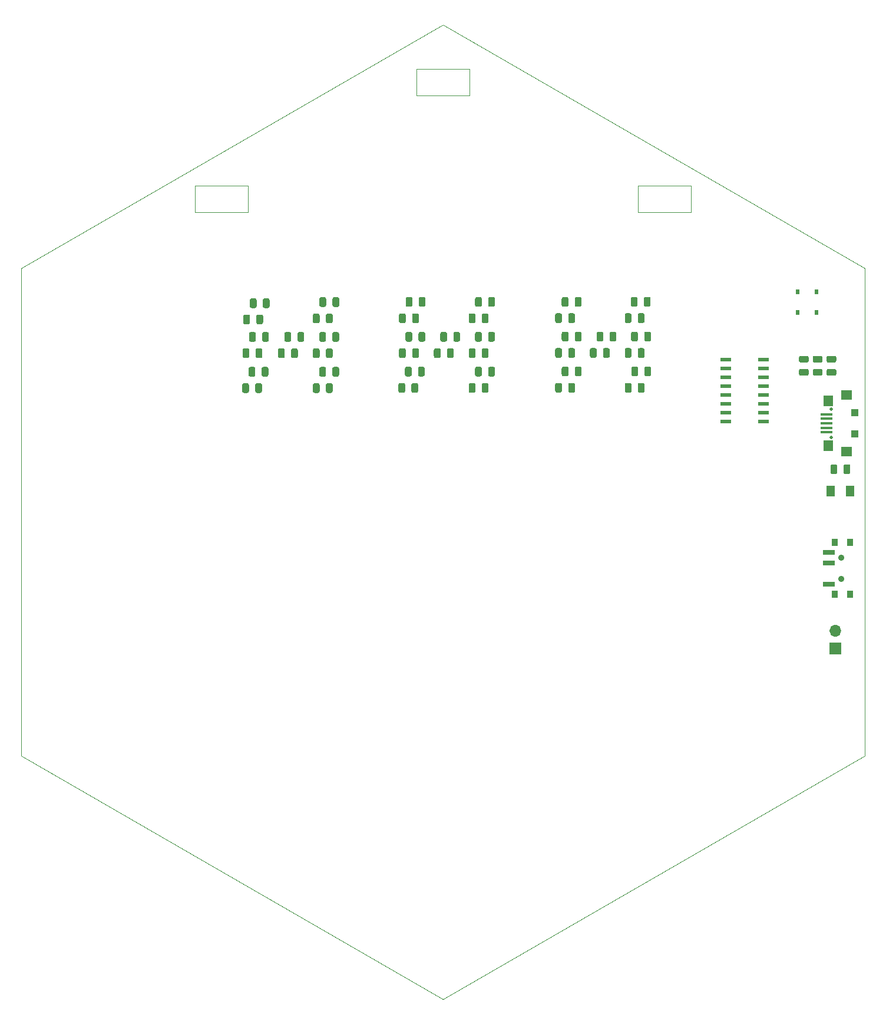
<source format=gbr>
G04 #@! TF.GenerationSoftware,KiCad,Pcbnew,(5.1.9)-1*
G04 #@! TF.CreationDate,2021-03-09T11:18:01-06:00*
G04 #@! TF.ProjectId,altbier_pcb_3d6,616c7462-6965-4725-9f70-63625f336436,2*
G04 #@! TF.SameCoordinates,Original*
G04 #@! TF.FileFunction,Soldermask,Top*
G04 #@! TF.FilePolarity,Negative*
%FSLAX46Y46*%
G04 Gerber Fmt 4.6, Leading zero omitted, Abs format (unit mm)*
G04 Created by KiCad (PCBNEW (5.1.9)-1) date 2021-03-09 11:18:01*
%MOMM*%
%LPD*%
G01*
G04 APERTURE LIST*
G04 #@! TA.AperFunction,Profile*
%ADD10C,0.100000*%
G04 #@! TD*
G04 #@! TA.AperFunction,Profile*
%ADD11C,0.050000*%
G04 #@! TD*
%ADD12R,1.250000X1.500000*%
%ADD13R,1.700000X1.700000*%
%ADD14O,1.700000X1.700000*%
%ADD15C,0.900000*%
%ADD16R,1.700000X0.700000*%
%ADD17R,0.900000X1.000000*%
%ADD18R,1.500000X0.600000*%
%ADD19R,1.000000X1.100000*%
%ADD20R,1.500000X1.350000*%
%ADD21C,0.500000*%
%ADD22R,1.800000X0.400000*%
%ADD23R,1.400000X1.500000*%
%ADD24R,0.600000X0.750000*%
G04 APERTURE END LIST*
D10*
X111714600Y-49796200D02*
X111714600Y-45986200D01*
X119334600Y-49796200D02*
X111714600Y-49796200D01*
X111714600Y-45986200D02*
X119334600Y-45986200D01*
X119334600Y-45986200D02*
X119334600Y-49796200D01*
X175384600Y-49796200D02*
X175384600Y-45986200D01*
X183004600Y-49796200D02*
X175384600Y-49796200D01*
X175384600Y-45986200D02*
X183004600Y-45986200D01*
X183004600Y-45986200D02*
X183004600Y-49796200D01*
X151154600Y-29286200D02*
X151154600Y-33096200D01*
X143534600Y-29286200D02*
X151154600Y-29286200D01*
X143534600Y-33096200D02*
X143534600Y-29286200D01*
X151154600Y-33096200D02*
X143534600Y-33096200D01*
D11*
X86741000Y-57889000D02*
X147362778Y-22889000D01*
X147362778Y-162889000D02*
X207984556Y-127889000D01*
X207984556Y-57889000D02*
X147362778Y-22889000D01*
X147362778Y-162889000D02*
X86741000Y-127889000D01*
X86741000Y-57889000D02*
X86741000Y-127889000D01*
X207984556Y-57889000D02*
X207984556Y-127889000D01*
D12*
G04 #@! TO.C,SW2*
X205870000Y-89916000D03*
X203070000Y-89916000D03*
G04 #@! TD*
D13*
G04 #@! TO.C,J2*
X203708000Y-112522000D03*
D14*
X203708000Y-109982000D03*
G04 #@! TD*
G04 #@! TO.C,C1*
G36*
G01*
X201649650Y-71432000D02*
X200737150Y-71432000D01*
G75*
G02*
X200493400Y-71188250I0J243750D01*
G01*
X200493400Y-70700750D01*
G75*
G02*
X200737150Y-70457000I243750J0D01*
G01*
X201649650Y-70457000D01*
G75*
G02*
X201893400Y-70700750I0J-243750D01*
G01*
X201893400Y-71188250D01*
G75*
G02*
X201649650Y-71432000I-243750J0D01*
G01*
G37*
G36*
G01*
X201649650Y-73307000D02*
X200737150Y-73307000D01*
G75*
G02*
X200493400Y-73063250I0J243750D01*
G01*
X200493400Y-72575750D01*
G75*
G02*
X200737150Y-72332000I243750J0D01*
G01*
X201649650Y-72332000D01*
G75*
G02*
X201893400Y-72575750I0J-243750D01*
G01*
X201893400Y-73063250D01*
G75*
G02*
X201649650Y-73307000I-243750J0D01*
G01*
G37*
G04 #@! TD*
G04 #@! TO.C,C2*
G36*
G01*
X199668450Y-71432000D02*
X198755950Y-71432000D01*
G75*
G02*
X198512200Y-71188250I0J243750D01*
G01*
X198512200Y-70700750D01*
G75*
G02*
X198755950Y-70457000I243750J0D01*
G01*
X199668450Y-70457000D01*
G75*
G02*
X199912200Y-70700750I0J-243750D01*
G01*
X199912200Y-71188250D01*
G75*
G02*
X199668450Y-71432000I-243750J0D01*
G01*
G37*
G36*
G01*
X199668450Y-73307000D02*
X198755950Y-73307000D01*
G75*
G02*
X198512200Y-73063250I0J243750D01*
G01*
X198512200Y-72575750D01*
G75*
G02*
X198755950Y-72332000I243750J0D01*
G01*
X199668450Y-72332000D01*
G75*
G02*
X199912200Y-72575750I0J-243750D01*
G01*
X199912200Y-73063250D01*
G75*
G02*
X199668450Y-73307000I-243750J0D01*
G01*
G37*
G04 #@! TD*
G04 #@! TO.C,R2*
G36*
G01*
X204920000Y-87197250D02*
X204920000Y-86284750D01*
G75*
G02*
X205163750Y-86041000I243750J0D01*
G01*
X205651250Y-86041000D01*
G75*
G02*
X205895000Y-86284750I0J-243750D01*
G01*
X205895000Y-87197250D01*
G75*
G02*
X205651250Y-87441000I-243750J0D01*
G01*
X205163750Y-87441000D01*
G75*
G02*
X204920000Y-87197250I0J243750D01*
G01*
G37*
G36*
G01*
X203045000Y-87197250D02*
X203045000Y-86284750D01*
G75*
G02*
X203288750Y-86041000I243750J0D01*
G01*
X203776250Y-86041000D01*
G75*
G02*
X204020000Y-86284750I0J-243750D01*
G01*
X204020000Y-87197250D01*
G75*
G02*
X203776250Y-87441000I-243750J0D01*
G01*
X203288750Y-87441000D01*
G75*
G02*
X203045000Y-87197250I0J243750D01*
G01*
G37*
G04 #@! TD*
G04 #@! TO.C,R3*
G36*
G01*
X203630850Y-71432000D02*
X202718350Y-71432000D01*
G75*
G02*
X202474600Y-71188250I0J243750D01*
G01*
X202474600Y-70700750D01*
G75*
G02*
X202718350Y-70457000I243750J0D01*
G01*
X203630850Y-70457000D01*
G75*
G02*
X203874600Y-70700750I0J-243750D01*
G01*
X203874600Y-71188250D01*
G75*
G02*
X203630850Y-71432000I-243750J0D01*
G01*
G37*
G36*
G01*
X203630850Y-73307000D02*
X202718350Y-73307000D01*
G75*
G02*
X202474600Y-73063250I0J243750D01*
G01*
X202474600Y-72575750D01*
G75*
G02*
X202718350Y-72332000I243750J0D01*
G01*
X203630850Y-72332000D01*
G75*
G02*
X203874600Y-72575750I0J-243750D01*
G01*
X203874600Y-73063250D01*
G75*
G02*
X203630850Y-73307000I-243750J0D01*
G01*
G37*
G04 #@! TD*
G04 #@! TO.C,R11*
G36*
G01*
X121455600Y-63346650D02*
X121455600Y-62434150D01*
G75*
G02*
X121699350Y-62190400I243750J0D01*
G01*
X122186850Y-62190400D01*
G75*
G02*
X122430600Y-62434150I0J-243750D01*
G01*
X122430600Y-63346650D01*
G75*
G02*
X122186850Y-63590400I-243750J0D01*
G01*
X121699350Y-63590400D01*
G75*
G02*
X121455600Y-63346650I0J243750D01*
G01*
G37*
G36*
G01*
X119580600Y-63346650D02*
X119580600Y-62434150D01*
G75*
G02*
X119824350Y-62190400I243750J0D01*
G01*
X120311850Y-62190400D01*
G75*
G02*
X120555600Y-62434150I0J-243750D01*
G01*
X120555600Y-63346650D01*
G75*
G02*
X120311850Y-63590400I-243750J0D01*
G01*
X119824350Y-63590400D01*
G75*
G02*
X119580600Y-63346650I0J243750D01*
G01*
G37*
G04 #@! TD*
G04 #@! TO.C,R12*
G36*
G01*
X131437800Y-73201850D02*
X131437800Y-72289350D01*
G75*
G02*
X131681550Y-72045600I243750J0D01*
G01*
X132169050Y-72045600D01*
G75*
G02*
X132412800Y-72289350I0J-243750D01*
G01*
X132412800Y-73201850D01*
G75*
G02*
X132169050Y-73445600I-243750J0D01*
G01*
X131681550Y-73445600D01*
G75*
G02*
X131437800Y-73201850I0J243750D01*
G01*
G37*
G36*
G01*
X129562800Y-73201850D02*
X129562800Y-72289350D01*
G75*
G02*
X129806550Y-72045600I243750J0D01*
G01*
X130294050Y-72045600D01*
G75*
G02*
X130537800Y-72289350I0J-243750D01*
G01*
X130537800Y-73201850D01*
G75*
G02*
X130294050Y-73445600I-243750J0D01*
G01*
X129806550Y-73445600D01*
G75*
G02*
X129562800Y-73201850I0J243750D01*
G01*
G37*
G04 #@! TD*
G04 #@! TO.C,R13*
G36*
G01*
X121354000Y-68198050D02*
X121354000Y-67285550D01*
G75*
G02*
X121597750Y-67041800I243750J0D01*
G01*
X122085250Y-67041800D01*
G75*
G02*
X122329000Y-67285550I0J-243750D01*
G01*
X122329000Y-68198050D01*
G75*
G02*
X122085250Y-68441800I-243750J0D01*
G01*
X121597750Y-68441800D01*
G75*
G02*
X121354000Y-68198050I0J243750D01*
G01*
G37*
G36*
G01*
X119479000Y-68198050D02*
X119479000Y-67285550D01*
G75*
G02*
X119722750Y-67041800I243750J0D01*
G01*
X120210250Y-67041800D01*
G75*
G02*
X120454000Y-67285550I0J-243750D01*
G01*
X120454000Y-68198050D01*
G75*
G02*
X120210250Y-68441800I-243750J0D01*
G01*
X119722750Y-68441800D01*
G75*
G02*
X119479000Y-68198050I0J243750D01*
G01*
G37*
G04 #@! TD*
G04 #@! TO.C,R14*
G36*
G01*
X131437800Y-68198050D02*
X131437800Y-67285550D01*
G75*
G02*
X131681550Y-67041800I243750J0D01*
G01*
X132169050Y-67041800D01*
G75*
G02*
X132412800Y-67285550I0J-243750D01*
G01*
X132412800Y-68198050D01*
G75*
G02*
X132169050Y-68441800I-243750J0D01*
G01*
X131681550Y-68441800D01*
G75*
G02*
X131437800Y-68198050I0J243750D01*
G01*
G37*
G36*
G01*
X129562800Y-68198050D02*
X129562800Y-67285550D01*
G75*
G02*
X129806550Y-67041800I243750J0D01*
G01*
X130294050Y-67041800D01*
G75*
G02*
X130537800Y-67285550I0J-243750D01*
G01*
X130537800Y-68198050D01*
G75*
G02*
X130294050Y-68441800I-243750J0D01*
G01*
X129806550Y-68441800D01*
G75*
G02*
X129562800Y-68198050I0J243750D01*
G01*
G37*
G04 #@! TD*
G04 #@! TO.C,R15*
G36*
G01*
X121277800Y-73201850D02*
X121277800Y-72289350D01*
G75*
G02*
X121521550Y-72045600I243750J0D01*
G01*
X122009050Y-72045600D01*
G75*
G02*
X122252800Y-72289350I0J-243750D01*
G01*
X122252800Y-73201850D01*
G75*
G02*
X122009050Y-73445600I-243750J0D01*
G01*
X121521550Y-73445600D01*
G75*
G02*
X121277800Y-73201850I0J243750D01*
G01*
G37*
G36*
G01*
X119402800Y-73201850D02*
X119402800Y-72289350D01*
G75*
G02*
X119646550Y-72045600I243750J0D01*
G01*
X120134050Y-72045600D01*
G75*
G02*
X120377800Y-72289350I0J-243750D01*
G01*
X120377800Y-73201850D01*
G75*
G02*
X120134050Y-73445600I-243750J0D01*
G01*
X119646550Y-73445600D01*
G75*
G02*
X119402800Y-73201850I0J243750D01*
G01*
G37*
G04 #@! TD*
G04 #@! TO.C,R16*
G36*
G01*
X131463200Y-63194250D02*
X131463200Y-62281750D01*
G75*
G02*
X131706950Y-62038000I243750J0D01*
G01*
X132194450Y-62038000D01*
G75*
G02*
X132438200Y-62281750I0J-243750D01*
G01*
X132438200Y-63194250D01*
G75*
G02*
X132194450Y-63438000I-243750J0D01*
G01*
X131706950Y-63438000D01*
G75*
G02*
X131463200Y-63194250I0J243750D01*
G01*
G37*
G36*
G01*
X129588200Y-63194250D02*
X129588200Y-62281750D01*
G75*
G02*
X129831950Y-62038000I243750J0D01*
G01*
X130319450Y-62038000D01*
G75*
G02*
X130563200Y-62281750I0J-243750D01*
G01*
X130563200Y-63194250D01*
G75*
G02*
X130319450Y-63438000I-243750J0D01*
G01*
X129831950Y-63438000D01*
G75*
G02*
X129588200Y-63194250I0J243750D01*
G01*
G37*
G04 #@! TD*
G04 #@! TO.C,R17*
G36*
G01*
X126434000Y-68198050D02*
X126434000Y-67285550D01*
G75*
G02*
X126677750Y-67041800I243750J0D01*
G01*
X127165250Y-67041800D01*
G75*
G02*
X127409000Y-67285550I0J-243750D01*
G01*
X127409000Y-68198050D01*
G75*
G02*
X127165250Y-68441800I-243750J0D01*
G01*
X126677750Y-68441800D01*
G75*
G02*
X126434000Y-68198050I0J243750D01*
G01*
G37*
G36*
G01*
X124559000Y-68198050D02*
X124559000Y-67285550D01*
G75*
G02*
X124802750Y-67041800I243750J0D01*
G01*
X125290250Y-67041800D01*
G75*
G02*
X125534000Y-67285550I0J-243750D01*
G01*
X125534000Y-68198050D01*
G75*
G02*
X125290250Y-68441800I-243750J0D01*
G01*
X124802750Y-68441800D01*
G75*
G02*
X124559000Y-68198050I0J243750D01*
G01*
G37*
G04 #@! TD*
G04 #@! TO.C,R21*
G36*
G01*
X143858400Y-63168850D02*
X143858400Y-62256350D01*
G75*
G02*
X144102150Y-62012600I243750J0D01*
G01*
X144589650Y-62012600D01*
G75*
G02*
X144833400Y-62256350I0J-243750D01*
G01*
X144833400Y-63168850D01*
G75*
G02*
X144589650Y-63412600I-243750J0D01*
G01*
X144102150Y-63412600D01*
G75*
G02*
X143858400Y-63168850I0J243750D01*
G01*
G37*
G36*
G01*
X141983400Y-63168850D02*
X141983400Y-62256350D01*
G75*
G02*
X142227150Y-62012600I243750J0D01*
G01*
X142714650Y-62012600D01*
G75*
G02*
X142958400Y-62256350I0J-243750D01*
G01*
X142958400Y-63168850D01*
G75*
G02*
X142714650Y-63412600I-243750J0D01*
G01*
X142227150Y-63412600D01*
G75*
G02*
X141983400Y-63168850I0J243750D01*
G01*
G37*
G04 #@! TD*
G04 #@! TO.C,R22*
G36*
G01*
X153840600Y-73176450D02*
X153840600Y-72263950D01*
G75*
G02*
X154084350Y-72020200I243750J0D01*
G01*
X154571850Y-72020200D01*
G75*
G02*
X154815600Y-72263950I0J-243750D01*
G01*
X154815600Y-73176450D01*
G75*
G02*
X154571850Y-73420200I-243750J0D01*
G01*
X154084350Y-73420200D01*
G75*
G02*
X153840600Y-73176450I0J243750D01*
G01*
G37*
G36*
G01*
X151965600Y-73176450D02*
X151965600Y-72263950D01*
G75*
G02*
X152209350Y-72020200I243750J0D01*
G01*
X152696850Y-72020200D01*
G75*
G02*
X152940600Y-72263950I0J-243750D01*
G01*
X152940600Y-73176450D01*
G75*
G02*
X152696850Y-73420200I-243750J0D01*
G01*
X152209350Y-73420200D01*
G75*
G02*
X151965600Y-73176450I0J243750D01*
G01*
G37*
G04 #@! TD*
G04 #@! TO.C,R23*
G36*
G01*
X143833000Y-68172650D02*
X143833000Y-67260150D01*
G75*
G02*
X144076750Y-67016400I243750J0D01*
G01*
X144564250Y-67016400D01*
G75*
G02*
X144808000Y-67260150I0J-243750D01*
G01*
X144808000Y-68172650D01*
G75*
G02*
X144564250Y-68416400I-243750J0D01*
G01*
X144076750Y-68416400D01*
G75*
G02*
X143833000Y-68172650I0J243750D01*
G01*
G37*
G36*
G01*
X141958000Y-68172650D02*
X141958000Y-67260150D01*
G75*
G02*
X142201750Y-67016400I243750J0D01*
G01*
X142689250Y-67016400D01*
G75*
G02*
X142933000Y-67260150I0J-243750D01*
G01*
X142933000Y-68172650D01*
G75*
G02*
X142689250Y-68416400I-243750J0D01*
G01*
X142201750Y-68416400D01*
G75*
G02*
X141958000Y-68172650I0J243750D01*
G01*
G37*
G04 #@! TD*
G04 #@! TO.C,R24*
G36*
G01*
X153840600Y-68172650D02*
X153840600Y-67260150D01*
G75*
G02*
X154084350Y-67016400I243750J0D01*
G01*
X154571850Y-67016400D01*
G75*
G02*
X154815600Y-67260150I0J-243750D01*
G01*
X154815600Y-68172650D01*
G75*
G02*
X154571850Y-68416400I-243750J0D01*
G01*
X154084350Y-68416400D01*
G75*
G02*
X153840600Y-68172650I0J243750D01*
G01*
G37*
G36*
G01*
X151965600Y-68172650D02*
X151965600Y-67260150D01*
G75*
G02*
X152209350Y-67016400I243750J0D01*
G01*
X152696850Y-67016400D01*
G75*
G02*
X152940600Y-67260150I0J-243750D01*
G01*
X152940600Y-68172650D01*
G75*
G02*
X152696850Y-68416400I-243750J0D01*
G01*
X152209350Y-68416400D01*
G75*
G02*
X151965600Y-68172650I0J243750D01*
G01*
G37*
G04 #@! TD*
G04 #@! TO.C,R25*
G36*
G01*
X143756800Y-73176450D02*
X143756800Y-72263950D01*
G75*
G02*
X144000550Y-72020200I243750J0D01*
G01*
X144488050Y-72020200D01*
G75*
G02*
X144731800Y-72263950I0J-243750D01*
G01*
X144731800Y-73176450D01*
G75*
G02*
X144488050Y-73420200I-243750J0D01*
G01*
X144000550Y-73420200D01*
G75*
G02*
X143756800Y-73176450I0J243750D01*
G01*
G37*
G36*
G01*
X141881800Y-73176450D02*
X141881800Y-72263950D01*
G75*
G02*
X142125550Y-72020200I243750J0D01*
G01*
X142613050Y-72020200D01*
G75*
G02*
X142856800Y-72263950I0J-243750D01*
G01*
X142856800Y-73176450D01*
G75*
G02*
X142613050Y-73420200I-243750J0D01*
G01*
X142125550Y-73420200D01*
G75*
G02*
X141881800Y-73176450I0J243750D01*
G01*
G37*
G04 #@! TD*
G04 #@! TO.C,R26*
G36*
G01*
X153840600Y-63168850D02*
X153840600Y-62256350D01*
G75*
G02*
X154084350Y-62012600I243750J0D01*
G01*
X154571850Y-62012600D01*
G75*
G02*
X154815600Y-62256350I0J-243750D01*
G01*
X154815600Y-63168850D01*
G75*
G02*
X154571850Y-63412600I-243750J0D01*
G01*
X154084350Y-63412600D01*
G75*
G02*
X153840600Y-63168850I0J243750D01*
G01*
G37*
G36*
G01*
X151965600Y-63168850D02*
X151965600Y-62256350D01*
G75*
G02*
X152209350Y-62012600I243750J0D01*
G01*
X152696850Y-62012600D01*
G75*
G02*
X152940600Y-62256350I0J-243750D01*
G01*
X152940600Y-63168850D01*
G75*
G02*
X152696850Y-63412600I-243750J0D01*
G01*
X152209350Y-63412600D01*
G75*
G02*
X151965600Y-63168850I0J243750D01*
G01*
G37*
G04 #@! TD*
G04 #@! TO.C,R27*
G36*
G01*
X148836800Y-68172650D02*
X148836800Y-67260150D01*
G75*
G02*
X149080550Y-67016400I243750J0D01*
G01*
X149568050Y-67016400D01*
G75*
G02*
X149811800Y-67260150I0J-243750D01*
G01*
X149811800Y-68172650D01*
G75*
G02*
X149568050Y-68416400I-243750J0D01*
G01*
X149080550Y-68416400D01*
G75*
G02*
X148836800Y-68172650I0J243750D01*
G01*
G37*
G36*
G01*
X146961800Y-68172650D02*
X146961800Y-67260150D01*
G75*
G02*
X147205550Y-67016400I243750J0D01*
G01*
X147693050Y-67016400D01*
G75*
G02*
X147936800Y-67260150I0J-243750D01*
G01*
X147936800Y-68172650D01*
G75*
G02*
X147693050Y-68416400I-243750J0D01*
G01*
X147205550Y-68416400D01*
G75*
G02*
X146961800Y-68172650I0J243750D01*
G01*
G37*
G04 #@! TD*
G04 #@! TO.C,R31*
G36*
G01*
X166286600Y-63168850D02*
X166286600Y-62256350D01*
G75*
G02*
X166530350Y-62012600I243750J0D01*
G01*
X167017850Y-62012600D01*
G75*
G02*
X167261600Y-62256350I0J-243750D01*
G01*
X167261600Y-63168850D01*
G75*
G02*
X167017850Y-63412600I-243750J0D01*
G01*
X166530350Y-63412600D01*
G75*
G02*
X166286600Y-63168850I0J243750D01*
G01*
G37*
G36*
G01*
X164411600Y-63168850D02*
X164411600Y-62256350D01*
G75*
G02*
X164655350Y-62012600I243750J0D01*
G01*
X165142850Y-62012600D01*
G75*
G02*
X165386600Y-62256350I0J-243750D01*
G01*
X165386600Y-63168850D01*
G75*
G02*
X165142850Y-63412600I-243750J0D01*
G01*
X164655350Y-63412600D01*
G75*
G02*
X164411600Y-63168850I0J243750D01*
G01*
G37*
G04 #@! TD*
G04 #@! TO.C,R32*
G36*
G01*
X176294200Y-73151050D02*
X176294200Y-72238550D01*
G75*
G02*
X176537950Y-71994800I243750J0D01*
G01*
X177025450Y-71994800D01*
G75*
G02*
X177269200Y-72238550I0J-243750D01*
G01*
X177269200Y-73151050D01*
G75*
G02*
X177025450Y-73394800I-243750J0D01*
G01*
X176537950Y-73394800D01*
G75*
G02*
X176294200Y-73151050I0J243750D01*
G01*
G37*
G36*
G01*
X174419200Y-73151050D02*
X174419200Y-72238550D01*
G75*
G02*
X174662950Y-71994800I243750J0D01*
G01*
X175150450Y-71994800D01*
G75*
G02*
X175394200Y-72238550I0J-243750D01*
G01*
X175394200Y-73151050D01*
G75*
G02*
X175150450Y-73394800I-243750J0D01*
G01*
X174662950Y-73394800D01*
G75*
G02*
X174419200Y-73151050I0J243750D01*
G01*
G37*
G04 #@! TD*
G04 #@! TO.C,R33*
G36*
G01*
X166286600Y-68147250D02*
X166286600Y-67234750D01*
G75*
G02*
X166530350Y-66991000I243750J0D01*
G01*
X167017850Y-66991000D01*
G75*
G02*
X167261600Y-67234750I0J-243750D01*
G01*
X167261600Y-68147250D01*
G75*
G02*
X167017850Y-68391000I-243750J0D01*
G01*
X166530350Y-68391000D01*
G75*
G02*
X166286600Y-68147250I0J243750D01*
G01*
G37*
G36*
G01*
X164411600Y-68147250D02*
X164411600Y-67234750D01*
G75*
G02*
X164655350Y-66991000I243750J0D01*
G01*
X165142850Y-66991000D01*
G75*
G02*
X165386600Y-67234750I0J-243750D01*
G01*
X165386600Y-68147250D01*
G75*
G02*
X165142850Y-68391000I-243750J0D01*
G01*
X164655350Y-68391000D01*
G75*
G02*
X164411600Y-68147250I0J243750D01*
G01*
G37*
G04 #@! TD*
G04 #@! TO.C,R34*
G36*
G01*
X176268800Y-68147250D02*
X176268800Y-67234750D01*
G75*
G02*
X176512550Y-66991000I243750J0D01*
G01*
X177000050Y-66991000D01*
G75*
G02*
X177243800Y-67234750I0J-243750D01*
G01*
X177243800Y-68147250D01*
G75*
G02*
X177000050Y-68391000I-243750J0D01*
G01*
X176512550Y-68391000D01*
G75*
G02*
X176268800Y-68147250I0J243750D01*
G01*
G37*
G36*
G01*
X174393800Y-68147250D02*
X174393800Y-67234750D01*
G75*
G02*
X174637550Y-66991000I243750J0D01*
G01*
X175125050Y-66991000D01*
G75*
G02*
X175368800Y-67234750I0J-243750D01*
G01*
X175368800Y-68147250D01*
G75*
G02*
X175125050Y-68391000I-243750J0D01*
G01*
X174637550Y-68391000D01*
G75*
G02*
X174393800Y-68147250I0J243750D01*
G01*
G37*
G04 #@! TD*
G04 #@! TO.C,R35*
G36*
G01*
X165386600Y-72238550D02*
X165386600Y-73151050D01*
G75*
G02*
X165142850Y-73394800I-243750J0D01*
G01*
X164655350Y-73394800D01*
G75*
G02*
X164411600Y-73151050I0J243750D01*
G01*
X164411600Y-72238550D01*
G75*
G02*
X164655350Y-71994800I243750J0D01*
G01*
X165142850Y-71994800D01*
G75*
G02*
X165386600Y-72238550I0J-243750D01*
G01*
G37*
G36*
G01*
X167261600Y-72238550D02*
X167261600Y-73151050D01*
G75*
G02*
X167017850Y-73394800I-243750J0D01*
G01*
X166530350Y-73394800D01*
G75*
G02*
X166286600Y-73151050I0J243750D01*
G01*
X166286600Y-72238550D01*
G75*
G02*
X166530350Y-71994800I243750J0D01*
G01*
X167017850Y-71994800D01*
G75*
G02*
X167261600Y-72238550I0J-243750D01*
G01*
G37*
G04 #@! TD*
G04 #@! TO.C,R36*
G36*
G01*
X175318000Y-62230950D02*
X175318000Y-63143450D01*
G75*
G02*
X175074250Y-63387200I-243750J0D01*
G01*
X174586750Y-63387200D01*
G75*
G02*
X174343000Y-63143450I0J243750D01*
G01*
X174343000Y-62230950D01*
G75*
G02*
X174586750Y-61987200I243750J0D01*
G01*
X175074250Y-61987200D01*
G75*
G02*
X175318000Y-62230950I0J-243750D01*
G01*
G37*
G36*
G01*
X177193000Y-62230950D02*
X177193000Y-63143450D01*
G75*
G02*
X176949250Y-63387200I-243750J0D01*
G01*
X176461750Y-63387200D01*
G75*
G02*
X176218000Y-63143450I0J243750D01*
G01*
X176218000Y-62230950D01*
G75*
G02*
X176461750Y-61987200I243750J0D01*
G01*
X176949250Y-61987200D01*
G75*
G02*
X177193000Y-62230950I0J-243750D01*
G01*
G37*
G04 #@! TD*
G04 #@! TO.C,R37*
G36*
G01*
X171290400Y-68147250D02*
X171290400Y-67234750D01*
G75*
G02*
X171534150Y-66991000I243750J0D01*
G01*
X172021650Y-66991000D01*
G75*
G02*
X172265400Y-67234750I0J-243750D01*
G01*
X172265400Y-68147250D01*
G75*
G02*
X172021650Y-68391000I-243750J0D01*
G01*
X171534150Y-68391000D01*
G75*
G02*
X171290400Y-68147250I0J243750D01*
G01*
G37*
G36*
G01*
X169415400Y-68147250D02*
X169415400Y-67234750D01*
G75*
G02*
X169659150Y-66991000I243750J0D01*
G01*
X170146650Y-66991000D01*
G75*
G02*
X170390400Y-67234750I0J-243750D01*
G01*
X170390400Y-68147250D01*
G75*
G02*
X170146650Y-68391000I-243750J0D01*
G01*
X169659150Y-68391000D01*
G75*
G02*
X169415400Y-68147250I0J243750D01*
G01*
G37*
G04 #@! TD*
G04 #@! TO.C,D31*
G36*
G01*
X165351000Y-65499450D02*
X165351000Y-64586950D01*
G75*
G02*
X165594750Y-64343200I243750J0D01*
G01*
X166082250Y-64343200D01*
G75*
G02*
X166326000Y-64586950I0J-243750D01*
G01*
X166326000Y-65499450D01*
G75*
G02*
X166082250Y-65743200I-243750J0D01*
G01*
X165594750Y-65743200D01*
G75*
G02*
X165351000Y-65499450I0J243750D01*
G01*
G37*
G36*
G01*
X163476000Y-65499450D02*
X163476000Y-64586950D01*
G75*
G02*
X163719750Y-64343200I243750J0D01*
G01*
X164207250Y-64343200D01*
G75*
G02*
X164451000Y-64586950I0J-243750D01*
G01*
X164451000Y-65499450D01*
G75*
G02*
X164207250Y-65743200I-243750J0D01*
G01*
X163719750Y-65743200D01*
G75*
G02*
X163476000Y-65499450I0J243750D01*
G01*
G37*
G04 #@! TD*
G04 #@! TO.C,D32*
G36*
G01*
X175351000Y-75499450D02*
X175351000Y-74586950D01*
G75*
G02*
X175594750Y-74343200I243750J0D01*
G01*
X176082250Y-74343200D01*
G75*
G02*
X176326000Y-74586950I0J-243750D01*
G01*
X176326000Y-75499450D01*
G75*
G02*
X176082250Y-75743200I-243750J0D01*
G01*
X175594750Y-75743200D01*
G75*
G02*
X175351000Y-75499450I0J243750D01*
G01*
G37*
G36*
G01*
X173476000Y-75499450D02*
X173476000Y-74586950D01*
G75*
G02*
X173719750Y-74343200I243750J0D01*
G01*
X174207250Y-74343200D01*
G75*
G02*
X174451000Y-74586950I0J-243750D01*
G01*
X174451000Y-75499450D01*
G75*
G02*
X174207250Y-75743200I-243750J0D01*
G01*
X173719750Y-75743200D01*
G75*
G02*
X173476000Y-75499450I0J243750D01*
G01*
G37*
G04 #@! TD*
G04 #@! TO.C,D33*
G36*
G01*
X165351000Y-70499450D02*
X165351000Y-69586950D01*
G75*
G02*
X165594750Y-69343200I243750J0D01*
G01*
X166082250Y-69343200D01*
G75*
G02*
X166326000Y-69586950I0J-243750D01*
G01*
X166326000Y-70499450D01*
G75*
G02*
X166082250Y-70743200I-243750J0D01*
G01*
X165594750Y-70743200D01*
G75*
G02*
X165351000Y-70499450I0J243750D01*
G01*
G37*
G36*
G01*
X163476000Y-70499450D02*
X163476000Y-69586950D01*
G75*
G02*
X163719750Y-69343200I243750J0D01*
G01*
X164207250Y-69343200D01*
G75*
G02*
X164451000Y-69586950I0J-243750D01*
G01*
X164451000Y-70499450D01*
G75*
G02*
X164207250Y-70743200I-243750J0D01*
G01*
X163719750Y-70743200D01*
G75*
G02*
X163476000Y-70499450I0J243750D01*
G01*
G37*
G04 #@! TD*
G04 #@! TO.C,D34*
G36*
G01*
X175351000Y-70499450D02*
X175351000Y-69586950D01*
G75*
G02*
X175594750Y-69343200I243750J0D01*
G01*
X176082250Y-69343200D01*
G75*
G02*
X176326000Y-69586950I0J-243750D01*
G01*
X176326000Y-70499450D01*
G75*
G02*
X176082250Y-70743200I-243750J0D01*
G01*
X175594750Y-70743200D01*
G75*
G02*
X175351000Y-70499450I0J243750D01*
G01*
G37*
G36*
G01*
X173476000Y-70499450D02*
X173476000Y-69586950D01*
G75*
G02*
X173719750Y-69343200I243750J0D01*
G01*
X174207250Y-69343200D01*
G75*
G02*
X174451000Y-69586950I0J-243750D01*
G01*
X174451000Y-70499450D01*
G75*
G02*
X174207250Y-70743200I-243750J0D01*
G01*
X173719750Y-70743200D01*
G75*
G02*
X173476000Y-70499450I0J243750D01*
G01*
G37*
G04 #@! TD*
G04 #@! TO.C,D35*
G36*
G01*
X165351000Y-75499450D02*
X165351000Y-74586950D01*
G75*
G02*
X165594750Y-74343200I243750J0D01*
G01*
X166082250Y-74343200D01*
G75*
G02*
X166326000Y-74586950I0J-243750D01*
G01*
X166326000Y-75499450D01*
G75*
G02*
X166082250Y-75743200I-243750J0D01*
G01*
X165594750Y-75743200D01*
G75*
G02*
X165351000Y-75499450I0J243750D01*
G01*
G37*
G36*
G01*
X163476000Y-75499450D02*
X163476000Y-74586950D01*
G75*
G02*
X163719750Y-74343200I243750J0D01*
G01*
X164207250Y-74343200D01*
G75*
G02*
X164451000Y-74586950I0J-243750D01*
G01*
X164451000Y-75499450D01*
G75*
G02*
X164207250Y-75743200I-243750J0D01*
G01*
X163719750Y-75743200D01*
G75*
G02*
X163476000Y-75499450I0J243750D01*
G01*
G37*
G04 #@! TD*
G04 #@! TO.C,D36*
G36*
G01*
X175351000Y-65499450D02*
X175351000Y-64586950D01*
G75*
G02*
X175594750Y-64343200I243750J0D01*
G01*
X176082250Y-64343200D01*
G75*
G02*
X176326000Y-64586950I0J-243750D01*
G01*
X176326000Y-65499450D01*
G75*
G02*
X176082250Y-65743200I-243750J0D01*
G01*
X175594750Y-65743200D01*
G75*
G02*
X175351000Y-65499450I0J243750D01*
G01*
G37*
G36*
G01*
X173476000Y-65499450D02*
X173476000Y-64586950D01*
G75*
G02*
X173719750Y-64343200I243750J0D01*
G01*
X174207250Y-64343200D01*
G75*
G02*
X174451000Y-64586950I0J-243750D01*
G01*
X174451000Y-65499450D01*
G75*
G02*
X174207250Y-65743200I-243750J0D01*
G01*
X173719750Y-65743200D01*
G75*
G02*
X173476000Y-65499450I0J243750D01*
G01*
G37*
G04 #@! TD*
G04 #@! TO.C,D37*
G36*
G01*
X170351000Y-70499450D02*
X170351000Y-69586950D01*
G75*
G02*
X170594750Y-69343200I243750J0D01*
G01*
X171082250Y-69343200D01*
G75*
G02*
X171326000Y-69586950I0J-243750D01*
G01*
X171326000Y-70499450D01*
G75*
G02*
X171082250Y-70743200I-243750J0D01*
G01*
X170594750Y-70743200D01*
G75*
G02*
X170351000Y-70499450I0J243750D01*
G01*
G37*
G36*
G01*
X168476000Y-70499450D02*
X168476000Y-69586950D01*
G75*
G02*
X168719750Y-69343200I243750J0D01*
G01*
X169207250Y-69343200D01*
G75*
G02*
X169451000Y-69586950I0J-243750D01*
G01*
X169451000Y-70499450D01*
G75*
G02*
X169207250Y-70743200I-243750J0D01*
G01*
X168719750Y-70743200D01*
G75*
G02*
X168476000Y-70499450I0J243750D01*
G01*
G37*
G04 #@! TD*
G04 #@! TO.C,D21*
G36*
G01*
X142913350Y-65522606D02*
X142913350Y-64610106D01*
G75*
G02*
X143157100Y-64366356I243750J0D01*
G01*
X143644600Y-64366356D01*
G75*
G02*
X143888350Y-64610106I0J-243750D01*
G01*
X143888350Y-65522606D01*
G75*
G02*
X143644600Y-65766356I-243750J0D01*
G01*
X143157100Y-65766356D01*
G75*
G02*
X142913350Y-65522606I0J243750D01*
G01*
G37*
G36*
G01*
X141038350Y-65522606D02*
X141038350Y-64610106D01*
G75*
G02*
X141282100Y-64366356I243750J0D01*
G01*
X141769600Y-64366356D01*
G75*
G02*
X142013350Y-64610106I0J-243750D01*
G01*
X142013350Y-65522606D01*
G75*
G02*
X141769600Y-65766356I-243750J0D01*
G01*
X141282100Y-65766356D01*
G75*
G02*
X141038350Y-65522606I0J243750D01*
G01*
G37*
G04 #@! TD*
G04 #@! TO.C,D22*
G36*
G01*
X152913350Y-75522606D02*
X152913350Y-74610106D01*
G75*
G02*
X153157100Y-74366356I243750J0D01*
G01*
X153644600Y-74366356D01*
G75*
G02*
X153888350Y-74610106I0J-243750D01*
G01*
X153888350Y-75522606D01*
G75*
G02*
X153644600Y-75766356I-243750J0D01*
G01*
X153157100Y-75766356D01*
G75*
G02*
X152913350Y-75522606I0J243750D01*
G01*
G37*
G36*
G01*
X151038350Y-75522606D02*
X151038350Y-74610106D01*
G75*
G02*
X151282100Y-74366356I243750J0D01*
G01*
X151769600Y-74366356D01*
G75*
G02*
X152013350Y-74610106I0J-243750D01*
G01*
X152013350Y-75522606D01*
G75*
G02*
X151769600Y-75766356I-243750J0D01*
G01*
X151282100Y-75766356D01*
G75*
G02*
X151038350Y-75522606I0J243750D01*
G01*
G37*
G04 #@! TD*
G04 #@! TO.C,D23*
G36*
G01*
X142913350Y-70522606D02*
X142913350Y-69610106D01*
G75*
G02*
X143157100Y-69366356I243750J0D01*
G01*
X143644600Y-69366356D01*
G75*
G02*
X143888350Y-69610106I0J-243750D01*
G01*
X143888350Y-70522606D01*
G75*
G02*
X143644600Y-70766356I-243750J0D01*
G01*
X143157100Y-70766356D01*
G75*
G02*
X142913350Y-70522606I0J243750D01*
G01*
G37*
G36*
G01*
X141038350Y-70522606D02*
X141038350Y-69610106D01*
G75*
G02*
X141282100Y-69366356I243750J0D01*
G01*
X141769600Y-69366356D01*
G75*
G02*
X142013350Y-69610106I0J-243750D01*
G01*
X142013350Y-70522606D01*
G75*
G02*
X141769600Y-70766356I-243750J0D01*
G01*
X141282100Y-70766356D01*
G75*
G02*
X141038350Y-70522606I0J243750D01*
G01*
G37*
G04 #@! TD*
G04 #@! TO.C,D24*
G36*
G01*
X152913350Y-70522606D02*
X152913350Y-69610106D01*
G75*
G02*
X153157100Y-69366356I243750J0D01*
G01*
X153644600Y-69366356D01*
G75*
G02*
X153888350Y-69610106I0J-243750D01*
G01*
X153888350Y-70522606D01*
G75*
G02*
X153644600Y-70766356I-243750J0D01*
G01*
X153157100Y-70766356D01*
G75*
G02*
X152913350Y-70522606I0J243750D01*
G01*
G37*
G36*
G01*
X151038350Y-70522606D02*
X151038350Y-69610106D01*
G75*
G02*
X151282100Y-69366356I243750J0D01*
G01*
X151769600Y-69366356D01*
G75*
G02*
X152013350Y-69610106I0J-243750D01*
G01*
X152013350Y-70522606D01*
G75*
G02*
X151769600Y-70766356I-243750J0D01*
G01*
X151282100Y-70766356D01*
G75*
G02*
X151038350Y-70522606I0J243750D01*
G01*
G37*
G04 #@! TD*
G04 #@! TO.C,D25*
G36*
G01*
X142813350Y-75522606D02*
X142813350Y-74610106D01*
G75*
G02*
X143057100Y-74366356I243750J0D01*
G01*
X143544600Y-74366356D01*
G75*
G02*
X143788350Y-74610106I0J-243750D01*
G01*
X143788350Y-75522606D01*
G75*
G02*
X143544600Y-75766356I-243750J0D01*
G01*
X143057100Y-75766356D01*
G75*
G02*
X142813350Y-75522606I0J243750D01*
G01*
G37*
G36*
G01*
X140938350Y-75522606D02*
X140938350Y-74610106D01*
G75*
G02*
X141182100Y-74366356I243750J0D01*
G01*
X141669600Y-74366356D01*
G75*
G02*
X141913350Y-74610106I0J-243750D01*
G01*
X141913350Y-75522606D01*
G75*
G02*
X141669600Y-75766356I-243750J0D01*
G01*
X141182100Y-75766356D01*
G75*
G02*
X140938350Y-75522606I0J243750D01*
G01*
G37*
G04 #@! TD*
G04 #@! TO.C,D26*
G36*
G01*
X152913350Y-65522606D02*
X152913350Y-64610106D01*
G75*
G02*
X153157100Y-64366356I243750J0D01*
G01*
X153644600Y-64366356D01*
G75*
G02*
X153888350Y-64610106I0J-243750D01*
G01*
X153888350Y-65522606D01*
G75*
G02*
X153644600Y-65766356I-243750J0D01*
G01*
X153157100Y-65766356D01*
G75*
G02*
X152913350Y-65522606I0J243750D01*
G01*
G37*
G36*
G01*
X151038350Y-65522606D02*
X151038350Y-64610106D01*
G75*
G02*
X151282100Y-64366356I243750J0D01*
G01*
X151769600Y-64366356D01*
G75*
G02*
X152013350Y-64610106I0J-243750D01*
G01*
X152013350Y-65522606D01*
G75*
G02*
X151769600Y-65766356I-243750J0D01*
G01*
X151282100Y-65766356D01*
G75*
G02*
X151038350Y-65522606I0J243750D01*
G01*
G37*
G04 #@! TD*
G04 #@! TO.C,D27*
G36*
G01*
X147913350Y-70522606D02*
X147913350Y-69610106D01*
G75*
G02*
X148157100Y-69366356I243750J0D01*
G01*
X148644600Y-69366356D01*
G75*
G02*
X148888350Y-69610106I0J-243750D01*
G01*
X148888350Y-70522606D01*
G75*
G02*
X148644600Y-70766356I-243750J0D01*
G01*
X148157100Y-70766356D01*
G75*
G02*
X147913350Y-70522606I0J243750D01*
G01*
G37*
G36*
G01*
X146038350Y-70522606D02*
X146038350Y-69610106D01*
G75*
G02*
X146282100Y-69366356I243750J0D01*
G01*
X146769600Y-69366356D01*
G75*
G02*
X147013350Y-69610106I0J-243750D01*
G01*
X147013350Y-70522606D01*
G75*
G02*
X146769600Y-70766356I-243750J0D01*
G01*
X146282100Y-70766356D01*
G75*
G02*
X146038350Y-70522606I0J243750D01*
G01*
G37*
G04 #@! TD*
G04 #@! TO.C,D11*
G36*
G01*
X120517300Y-65687550D02*
X120517300Y-64775050D01*
G75*
G02*
X120761050Y-64531300I243750J0D01*
G01*
X121248550Y-64531300D01*
G75*
G02*
X121492300Y-64775050I0J-243750D01*
G01*
X121492300Y-65687550D01*
G75*
G02*
X121248550Y-65931300I-243750J0D01*
G01*
X120761050Y-65931300D01*
G75*
G02*
X120517300Y-65687550I0J243750D01*
G01*
G37*
G36*
G01*
X118642300Y-65687550D02*
X118642300Y-64775050D01*
G75*
G02*
X118886050Y-64531300I243750J0D01*
G01*
X119373550Y-64531300D01*
G75*
G02*
X119617300Y-64775050I0J-243750D01*
G01*
X119617300Y-65687550D01*
G75*
G02*
X119373550Y-65931300I-243750J0D01*
G01*
X118886050Y-65931300D01*
G75*
G02*
X118642300Y-65687550I0J243750D01*
G01*
G37*
G04 #@! TD*
G04 #@! TO.C,D12*
G36*
G01*
X130517300Y-75537550D02*
X130517300Y-74625050D01*
G75*
G02*
X130761050Y-74381300I243750J0D01*
G01*
X131248550Y-74381300D01*
G75*
G02*
X131492300Y-74625050I0J-243750D01*
G01*
X131492300Y-75537550D01*
G75*
G02*
X131248550Y-75781300I-243750J0D01*
G01*
X130761050Y-75781300D01*
G75*
G02*
X130517300Y-75537550I0J243750D01*
G01*
G37*
G36*
G01*
X128642300Y-75537550D02*
X128642300Y-74625050D01*
G75*
G02*
X128886050Y-74381300I243750J0D01*
G01*
X129373550Y-74381300D01*
G75*
G02*
X129617300Y-74625050I0J-243750D01*
G01*
X129617300Y-75537550D01*
G75*
G02*
X129373550Y-75781300I-243750J0D01*
G01*
X128886050Y-75781300D01*
G75*
G02*
X128642300Y-75537550I0J243750D01*
G01*
G37*
G04 #@! TD*
G04 #@! TO.C,D13*
G36*
G01*
X120417300Y-70537550D02*
X120417300Y-69625050D01*
G75*
G02*
X120661050Y-69381300I243750J0D01*
G01*
X121148550Y-69381300D01*
G75*
G02*
X121392300Y-69625050I0J-243750D01*
G01*
X121392300Y-70537550D01*
G75*
G02*
X121148550Y-70781300I-243750J0D01*
G01*
X120661050Y-70781300D01*
G75*
G02*
X120417300Y-70537550I0J243750D01*
G01*
G37*
G36*
G01*
X118542300Y-70537550D02*
X118542300Y-69625050D01*
G75*
G02*
X118786050Y-69381300I243750J0D01*
G01*
X119273550Y-69381300D01*
G75*
G02*
X119517300Y-69625050I0J-243750D01*
G01*
X119517300Y-70537550D01*
G75*
G02*
X119273550Y-70781300I-243750J0D01*
G01*
X118786050Y-70781300D01*
G75*
G02*
X118542300Y-70537550I0J243750D01*
G01*
G37*
G04 #@! TD*
G04 #@! TO.C,D14*
G36*
G01*
X130517300Y-70537550D02*
X130517300Y-69625050D01*
G75*
G02*
X130761050Y-69381300I243750J0D01*
G01*
X131248550Y-69381300D01*
G75*
G02*
X131492300Y-69625050I0J-243750D01*
G01*
X131492300Y-70537550D01*
G75*
G02*
X131248550Y-70781300I-243750J0D01*
G01*
X130761050Y-70781300D01*
G75*
G02*
X130517300Y-70537550I0J243750D01*
G01*
G37*
G36*
G01*
X128642300Y-70537550D02*
X128642300Y-69625050D01*
G75*
G02*
X128886050Y-69381300I243750J0D01*
G01*
X129373550Y-69381300D01*
G75*
G02*
X129617300Y-69625050I0J-243750D01*
G01*
X129617300Y-70537550D01*
G75*
G02*
X129373550Y-70781300I-243750J0D01*
G01*
X128886050Y-70781300D01*
G75*
G02*
X128642300Y-70537550I0J243750D01*
G01*
G37*
G04 #@! TD*
G04 #@! TO.C,D15*
G36*
G01*
X120367300Y-75537550D02*
X120367300Y-74625050D01*
G75*
G02*
X120611050Y-74381300I243750J0D01*
G01*
X121098550Y-74381300D01*
G75*
G02*
X121342300Y-74625050I0J-243750D01*
G01*
X121342300Y-75537550D01*
G75*
G02*
X121098550Y-75781300I-243750J0D01*
G01*
X120611050Y-75781300D01*
G75*
G02*
X120367300Y-75537550I0J243750D01*
G01*
G37*
G36*
G01*
X118492300Y-75537550D02*
X118492300Y-74625050D01*
G75*
G02*
X118736050Y-74381300I243750J0D01*
G01*
X119223550Y-74381300D01*
G75*
G02*
X119467300Y-74625050I0J-243750D01*
G01*
X119467300Y-75537550D01*
G75*
G02*
X119223550Y-75781300I-243750J0D01*
G01*
X118736050Y-75781300D01*
G75*
G02*
X118492300Y-75537550I0J243750D01*
G01*
G37*
G04 #@! TD*
G04 #@! TO.C,D16*
G36*
G01*
X130517300Y-65537550D02*
X130517300Y-64625050D01*
G75*
G02*
X130761050Y-64381300I243750J0D01*
G01*
X131248550Y-64381300D01*
G75*
G02*
X131492300Y-64625050I0J-243750D01*
G01*
X131492300Y-65537550D01*
G75*
G02*
X131248550Y-65781300I-243750J0D01*
G01*
X130761050Y-65781300D01*
G75*
G02*
X130517300Y-65537550I0J243750D01*
G01*
G37*
G36*
G01*
X128642300Y-65537550D02*
X128642300Y-64625050D01*
G75*
G02*
X128886050Y-64381300I243750J0D01*
G01*
X129373550Y-64381300D01*
G75*
G02*
X129617300Y-64625050I0J-243750D01*
G01*
X129617300Y-65537550D01*
G75*
G02*
X129373550Y-65781300I-243750J0D01*
G01*
X128886050Y-65781300D01*
G75*
G02*
X128642300Y-65537550I0J243750D01*
G01*
G37*
G04 #@! TD*
G04 #@! TO.C,D17*
G36*
G01*
X125517300Y-70537550D02*
X125517300Y-69625050D01*
G75*
G02*
X125761050Y-69381300I243750J0D01*
G01*
X126248550Y-69381300D01*
G75*
G02*
X126492300Y-69625050I0J-243750D01*
G01*
X126492300Y-70537550D01*
G75*
G02*
X126248550Y-70781300I-243750J0D01*
G01*
X125761050Y-70781300D01*
G75*
G02*
X125517300Y-70537550I0J243750D01*
G01*
G37*
G36*
G01*
X123642300Y-70537550D02*
X123642300Y-69625050D01*
G75*
G02*
X123886050Y-69381300I243750J0D01*
G01*
X124373550Y-69381300D01*
G75*
G02*
X124617300Y-69625050I0J-243750D01*
G01*
X124617300Y-70537550D01*
G75*
G02*
X124373550Y-70781300I-243750J0D01*
G01*
X123886050Y-70781300D01*
G75*
G02*
X123642300Y-70537550I0J243750D01*
G01*
G37*
G04 #@! TD*
D15*
G04 #@! TO.C,SW1*
X204627000Y-102465000D03*
X204627000Y-99465000D03*
D16*
X202767000Y-103215000D03*
X202767000Y-100215000D03*
X202767000Y-98715000D03*
D17*
X205827000Y-104665000D03*
X205827000Y-97265000D03*
X203617000Y-97265000D03*
X203617000Y-104665000D03*
G04 #@! TD*
D18*
G04 #@! TO.C,IC1*
X193428600Y-70993000D03*
X193428600Y-72263000D03*
X193428600Y-73533000D03*
X193428600Y-74803000D03*
X193428600Y-76073000D03*
X193428600Y-77343000D03*
X193428600Y-78613000D03*
X193428600Y-79883000D03*
X188028600Y-79883000D03*
X188028600Y-78613000D03*
X188028600Y-77343000D03*
X188028600Y-76073000D03*
X188028600Y-74803000D03*
X188028600Y-73533000D03*
X188028600Y-72263000D03*
X188028600Y-70993000D03*
G04 #@! TD*
D19*
G04 #@! TO.C,J1*
X206547000Y-78637000D03*
X206547000Y-81637000D03*
D20*
X205367000Y-76062000D03*
X205367000Y-84212000D03*
D21*
X203147000Y-78137000D03*
X203147000Y-82137000D03*
D22*
X202497000Y-78837000D03*
X202497000Y-81437000D03*
X202497000Y-79487000D03*
X202497000Y-80787000D03*
X202497000Y-80137000D03*
D23*
X202697000Y-76887000D03*
X202697000Y-83387000D03*
G04 #@! TD*
D24*
G04 #@! TO.C,SW3*
X198319400Y-64213000D03*
X198319400Y-61263000D03*
X201019400Y-64213000D03*
X201019400Y-61263000D03*
G04 #@! TD*
M02*

</source>
